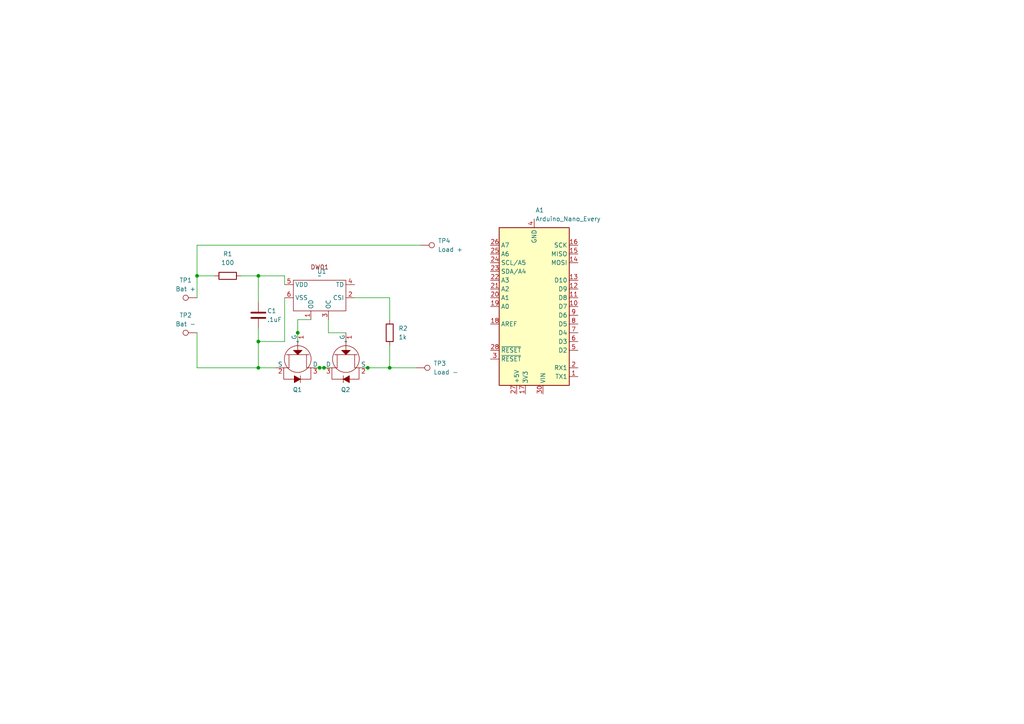
<source format=kicad_sch>
(kicad_sch (version 20230121) (generator eeschema)
  (paper "A4")
  (lib_symbols
    (symbol "Connector:TestPoint" (pin_numbers hide) (pin_names (offset 0.762) hide)
      (property "Reference" "TP" (at 0 6.858 0))
      (property "Value" "TestPoint" (at 0 5.08 0))
      (symbol "TestPoint_0_1"
        (circle (center 0 3.302) (radius 0.762))
      )
      (symbol "TestPoint_1_1"
        (pin passive line (at 0 0 90) (length 2.54) (name "1") (number "1"))
      )
    )
    (symbol "Device:C" (pin_numbers hide) (pin_names (offset 0.254))
      (property "Reference" "C" (at 0.635 2.54 0))
      (property "Value" "C" (at 0.635 -2.54 0))
      (symbol "C_0_1"
        (polyline (pts (xy -2.032 -0.762) (xy 2.032 -0.762)) (stroke (width 0.508)))
        (polyline (pts (xy -2.032 0.762) (xy 2.032 0.762)) (stroke (width 0.508)))
      )
      (symbol "C_1_1"
        (pin passive line (at 0 3.81 270) (length 2.794) (name "~") (number "1"))
        (pin passive line (at 0 -3.81 90) (length 2.794) (name "~") (number "2"))
      )
    )
    (symbol "Device:R" (pin_numbers hide) (pin_names (offset 0))
      (property "Reference" "R" (at 2.032 0 90))
      (property "Value" "R" (at 0 0 90))
      (symbol "R_0_1"
        (rectangle (start -1.016 -2.54) (end 1.016 2.54) (stroke (width 0.254)))
      )
      (symbol "R_1_1"
        (pin passive line (at 0 3.81 270) (length 1.27) (name "~") (number "1"))
        (pin passive line (at 0 -3.81 90) (length 1.27) (name "~") (number "2"))
      )
    )
    (symbol "MCU_Module:Arduino_Nano_Every"
      (property "Reference" "A" (at -10.16 23.495 0))
      (property "Value" "Arduino_Nano_Every" (at 5.08 -24.13 0))
      (symbol "Arduino_Nano_Every_0_1"
        (rectangle (start -10.16 22.86) (end 10.16 -22.86) (stroke (width 0.254)) (fill (type background)))
      )
      (symbol "Arduino_Nano_Every_1_1"
        (pin bidirectional line (at -12.7 20.32 0) (length 2.54) (name "TX1") (number "1"))
        (pin bidirectional line (at -12.7 0 0) (length 2.54) (name "D7") (number "10"))
        (pin bidirectional line (at -12.7 -2.54 0) (length 2.54) (name "D8") (number "11"))
        (pin bidirectional line (at -12.7 -5.08 0) (length 2.54) (name "D9") (number "12"))
        (pin bidirectional line (at -12.7 -7.62 0) (length 2.54) (name "D10") (number "13"))
        (pin bidirectional line (at -12.7 -12.7 0) (length 2.54) (name "MOSI") (number "14"))
        (pin bidirectional line (at -12.7 -15.24 0) (length 2.54) (name "MISO") (number "15"))
        (pin bidirectional line (at -12.7 -17.78 0) (length 2.54) (name "SCK") (number "16"))
        (pin power_out line (at 2.54 25.4 270) (length 2.54) (name "3V3") (number "17"))
        (pin input line (at 12.7 5.08 180) (length 2.54) (name "AREF") (number "18"))
        (pin bidirectional line (at 12.7 0 180) (length 2.54) (name "A0") (number "19"))
        (pin bidirectional line (at -12.7 17.78 0) (length 2.54) (name "RX1") (number "2"))
        (pin bidirectional line (at 12.7 -2.54 180) (length 2.54) (name "A1") (number "20"))
        (pin bidirectional line (at 12.7 -5.08 180) (length 2.54) (name "A2") (number "21"))
        (pin bidirectional line (at 12.7 -7.62 180) (length 2.54) (name "A3") (number "22"))
        (pin bidirectional line (at 12.7 -10.16 180) (length 2.54) (name "SDA/A4") (number "23"))
        (pin bidirectional line (at 12.7 -12.7 180) (length 2.54) (name "SCL/A5") (number "24"))
        (pin bidirectional line (at 12.7 -15.24 180) (length 2.54) (name "A6") (number "25"))
        (pin bidirectional line (at 12.7 -17.78 180) (length 2.54) (name "A7") (number "26"))
        (pin power_out line (at 5.08 25.4 270) (length 2.54) (name "+5V") (number "27"))
        (pin input line (at 12.7 12.7 180) (length 2.54) (name "~{RESET}") (number "28"))
        (pin passive line (at 0 -25.4 90) (length 2.54) hide (name "GND") (number "29"))
        (pin input line (at 12.7 15.24 180) (length 2.54) (name "~{RESET}") (number "3"))
        (pin power_in line (at -2.54 25.4 270) (length 2.54) (name "VIN") (number "30"))
        (pin power_in line (at 0 -25.4 90) (length 2.54) (name "GND") (number "4"))
        (pin bidirectional line (at -12.7 12.7 0) (length 2.54) (name "D2") (number "5"))
        (pin bidirectional line (at -12.7 10.16 0) (length 2.54) (name "D3") (number "6"))
        (pin bidirectional line (at -12.7 7.62 0) (length 2.54) (name "D4") (number "7"))
        (pin bidirectional line (at -12.7 5.08 0) (length 2.54) (name "D5") (number "8"))
        (pin bidirectional line (at -12.7 2.54 0) (length 2.54) (name "D6") (number "9"))
      )
    )
    (symbol "Symbol:S12312A" (pin_names (offset 0))
      (property "Reference" "Q" (at 0 -8.89 0))
      (symbol "S12312A_0_1"
        (polyline (pts (xy -3.81 -2.54) (xy -2.54 -2.54)))
        (polyline (pts (xy -3.302 1.27) (xy 3.302 1.27)))
        (polyline (pts (xy -2.54 -2.54) (xy -2.54 1.27)))
        (polyline (pts (xy 0 5.08) (xy 0 2.54)))
        (polyline (pts (xy 3.81 -2.54) (xy 2.54 -2.54) (xy 2.54 1.27)))
      )
      (symbol "S12312A_1_1"
        (polyline (pts (xy 0.762 -4.826) (xy 0.762 -6.858)))
        (polyline (pts (xy -4.064 -2.54) (xy -4.064 -5.842) (xy 3.81 -5.842) (xy 3.81 -2.54)))
        (polyline (pts (xy 0 1.27) (xy 1.27 2.54) (xy -1.27 2.54) (xy 0 1.27)) (fill (type outline)))
        (polyline (pts (xy 0.762 -5.842) (xy -1.016 -4.826) (xy -1.016 -6.858) (xy 0.762 -5.842) (xy 1.016 -5.842)) (fill (type outline)))
        (circle (center 0 0) (radius 3.8771))
        (pin input line (at 0 7.62 270) (length 2.54) (name "G") (number "1"))
        (pin passive line (at -6.35 -2.54 0) (length 2.54) (name "S") (number "2"))
        (pin passive line (at 6.35 -2.54 180) (length 2.54) (name "D") (number "3"))
      )
    )
    (symbol "Symbol:S12312A_1" (pin_names (offset 0))
      (property "Reference" "Q" (at 0 -8.89 0))
      (symbol "S12312A_1_0_1"
        (polyline (pts (xy -3.81 -2.54) (xy -2.54 -2.54)))
        (polyline (pts (xy -3.302 1.27) (xy 3.302 1.27)))
        (polyline (pts (xy -2.54 -2.54) (xy -2.54 1.27)))
        (polyline (pts (xy 0 5.08) (xy 0 2.54)))
        (polyline (pts (xy 3.81 -2.54) (xy 2.54 -2.54) (xy 2.54 1.27)))
      )
      (symbol "S12312A_1_1_1"
        (polyline (pts (xy -0.762 -6.858) (xy -0.762 -4.826)))
        (polyline (pts (xy -4.064 -2.54) (xy -4.064 -5.842) (xy 3.81 -5.842) (xy 3.81 -2.54)))
        (polyline (pts (xy 0 1.27) (xy 1.27 2.54) (xy -1.27 2.54) (xy 0 1.27)) (fill (type outline)))
        (polyline (pts (xy -0.762 -5.842) (xy 1.016 -6.858) (xy 1.016 -4.826) (xy -0.762 -5.842) (xy -1.016 -5.842)) (fill (type outline)))
        (circle (center 0 0) (radius 3.8771))
        (pin input line (at 0 7.62 270) (length 2.54) (name "G") (number "1"))
        (pin passive line (at 6.35 -2.54 180) (length 2.54) (name "S") (number "2"))
        (pin passive line (at -6.35 -2.54 0) (length 2.54) (name "D") (number "3"))
      )
    )
    (symbol "Symbol:dw01"
      (property "Reference" "U" (at 0 0 0))
      (symbol "dw01_0_1"
        (rectangle (start -7.62 -1.27) (end 7.62 -10.16))
      )
      (symbol "dw01_1_1"
        (text "DW01" (at 0 2.54 0) (effects (font (size 1.27 1.27))))
        (pin output line (at -2.54 -12.7 90) (length 2.54) (name "OD") (number "1"))
        (pin input line (at 10.16 -6.35 180) (length 2.54) (name "CSI") (number "2"))
        (pin output line (at 2.54 -12.7 90) (length 2.54) (name "OC") (number "3"))
        (pin output line (at 10.16 -2.54 180) (length 2.54) (name "TD") (number "4"))
        (pin input line (at -10.16 -2.54 0) (length 2.54) (name "VDD") (number "5"))
        (pin input line (at -10.16 -6.35 0) (length 2.54) (name "VSS") (number "6"))
      )
    )
  )
  (junction (at 113.03 106.68))
  (junction (at 86.36 96.52))
  (junction (at 92.71 106.68))
  (junction (at 93.98 106.68))
  (junction (at 57.15 80.01))
  (junction (at 106.68 106.68))
  (junction (at 74.93 106.68))
  (junction (at 74.93 99.06))
  (junction (at 74.93 80.01))
  (wire (pts (xy 92.71 106.68) (xy 93.98 106.68)))
  (wire (pts (xy 113.03 100.33) (xy 113.03 106.68)))
  (wire (pts (xy 74.93 99.06) (xy 82.55 99.06)))
  (wire (pts (xy 74.93 80.01) (xy 82.55 80.01)))
  (wire (pts (xy 113.03 86.36) (xy 102.87 86.36)))
  (wire (pts (xy 57.15 86.36) (xy 57.15 80.01)))
  (wire (pts (xy 74.93 99.06) (xy 74.93 106.68)))
  (wire (pts (xy 69.85 80.01) (xy 74.93 80.01)))
  (wire (pts (xy 74.93 95.25) (xy 74.93 99.06)))
  (wire (pts (xy 74.93 106.68) (xy 80.01 106.68)))
  (wire (pts (xy 86.36 92.71) (xy 86.36 96.52)))
  (wire (pts (xy 74.93 80.01) (xy 74.93 87.63)))
  (wire (pts (xy 105.41 106.68) (xy 106.68 106.68)))
  (wire (pts (xy 86.36 96.52) (xy 86.36 99.06)))
  (wire (pts (xy 57.15 80.01) (xy 62.23 80.01)))
  (wire (pts (xy 86.36 92.71) (xy 90.17 92.71)))
  (wire (pts (xy 57.15 106.68) (xy 74.93 106.68)))
  (wire (pts (xy 93.98 106.68) (xy 95.25 106.68)))
  (wire (pts (xy 57.15 71.12) (xy 121.92 71.12)))
  (wire (pts (xy 95.25 92.71) (xy 95.25 96.52)))
  (wire (pts (xy 113.03 106.68) (xy 120.65 106.68)))
  (wire (pts (xy 82.55 80.01) (xy 82.55 82.55)))
  (wire (pts (xy 95.25 96.52) (xy 100.33 96.52)))
  (wire (pts (xy 82.55 99.06) (xy 82.55 86.36)))
  (wire (pts (xy 91.44 106.68) (xy 92.71 106.68)))
  (wire (pts (xy 57.15 80.01) (xy 57.15 71.12)))
  (wire (pts (xy 106.68 106.68) (xy 113.03 106.68)))
  (wire (pts (xy 57.15 96.52) (xy 57.15 106.68)))
  (wire (pts (xy 113.03 92.71) (xy 113.03 86.36)))
  (symbol (lib_id "Symbol:dw01") (at 92.71 80.01 0) (unit 1)
    (property "Reference" "U1" (at 93.345 78.74 0))
    (property "Value" "~" (at 92.71 80.01 0))
    (property "Footprint" "Package_TO_SOT_SMD:SOT-23-6_Handsoldering" (effects hide))
  )
  (symbol (lib_id "Connector:TestPoint") (at 121.92 71.12 270) (unit 1)
    (property "Reference" "TP4" (at 127 69.85 90) (effects (justify left)))
    (property "Value" "Load +" (at 127 72.39 90) (effects (justify left)))
    (property "Footprint" "TestPoint:TestPoint_Pad_D4.0mm" (effects hide))
  )
  (symbol (lib_id "Connector:TestPoint") (at 120.65 106.68 270) (unit 1)
    (property "Reference" "TP3" (at 125.73 105.41 90) (effects (justify left)))
    (property "Value" "Load -" (at 125.73 107.95 90) (effects (justify left)))
    (property "Footprint" "TestPoint:TestPoint_Pad_D4.0mm" (effects hide))
  )
  (symbol (lib_id "MCU_Module:Arduino_Nano_Every") (at 154.94 88.9 180) (unit 1)
    (property "Reference" "A1" (at 155.2859 60.96 0) (effects (justify right)))
    (property "Value" "Arduino_Nano_Every" (at 155.2859 63.5 0) (effects (justify right)))
    (property "Footprint" "Module:Arduino_Nano" (effects hide))
    (property "Datasheet" "https://content.arduino.cc/assets/NANOEveryV3.0_sch.pdf" (effects hide))
  )
  (symbol (lib_id "Device:C") (at 74.93 91.44 0) (unit 1)
    (property "Reference" "C1" (at 77.47 90.17 0) (effects (justify left)))
    (property "Value" ".1uF" (at 77.47 92.71 0) (effects (justify left)))
    (property "Footprint" "Capacitor_THT:CP_Radial_D8.0mm_P3.80mm" (effects hide))
  )
  (symbol (lib_id "Connector:TestPoint") (at 57.15 96.52 90) (unit 1)
    (property "Reference" "TP2" (at 53.848 91.44 90))
    (property "Value" "Bat -" (at 53.848 93.98 90))
    (property "Footprint" "TestPoint:TestPoint_Pad_D4.0mm" (effects hide))
  )
  (symbol (lib_id "Symbol:S12312A") (at 86.36 104.14 0) (unit 1)
    (property "Reference" "Q1" (at 86.2665 113.03 0))
    (property "Value" "~" (at 86.36 99.06 0))
    (property "Footprint" "Package_TO_SOT_SMD:SOT-23-3" (effects hide))
  )
  (symbol (lib_id "Device:R") (at 113.03 96.52 180) (unit 1)
    (property "Reference" "R2" (at 115.57 95.25 0) (effects (justify right)))
    (property "Value" "1k" (at 115.57 97.79 0) (effects (justify right)))
    (property "Footprint" "Resistor_THT:R_Axial_DIN0207_L6.3mm_D2.5mm_P10.16mm_Horizontal" (effects hide))
  )
  (symbol (lib_id "Symbol:S12312A_1") (at 100.33 104.14 0) (unit 1)
    (property "Reference" "Q2" (at 100.2365 113.03 0))
    (property "Value" "~" (at 100.33 99.06 0))
    (property "Footprint" "Package_TO_SOT_SMD:SOT-23-3" (effects hide))
  )
  (symbol (lib_id "Connector:TestPoint") (at 57.15 86.36 90) (unit 1)
    (property "Reference" "TP1" (at 53.848 81.28 90))
    (property "Value" "Bat +" (at 53.848 83.82 90))
    (property "Footprint" "TestPoint:TestPoint_Pad_D4.0mm" (effects hide))
  )
  (symbol (lib_id "Device:R") (at 66.04 80.01 90) (unit 1)
    (property "Reference" "R1" (at 66.04 73.66 90))
    (property "Value" "100" (at 66.04 76.2 90))
    (property "Footprint" "Resistor_THT:R_Axial_DIN0207_L6.3mm_D2.5mm_P10.16mm_Horizontal" (effects hide))
  )
)
</source>
